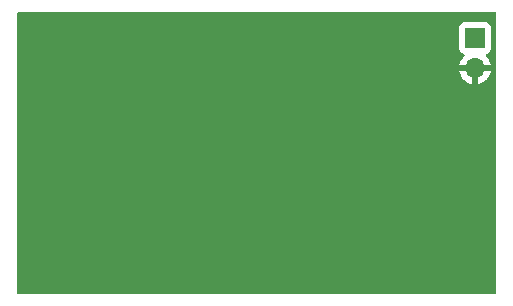
<source format=gbr>
%TF.GenerationSoftware,KiCad,Pcbnew,(6.0.2)*%
%TF.CreationDate,2022-03-09T19:45:25-08:00*%
%TF.ProjectId,IFLFU-test-back,49464c46-552d-4746-9573-742d6261636b,rev?*%
%TF.SameCoordinates,Original*%
%TF.FileFunction,Copper,L2,Bot*%
%TF.FilePolarity,Positive*%
%FSLAX46Y46*%
G04 Gerber Fmt 4.6, Leading zero omitted, Abs format (unit mm)*
G04 Created by KiCad (PCBNEW (6.0.2)) date 2022-03-09 19:45:25*
%MOMM*%
%LPD*%
G01*
G04 APERTURE LIST*
%TA.AperFunction,ComponentPad*%
%ADD10R,1.700000X1.700000*%
%TD*%
%TA.AperFunction,ComponentPad*%
%ADD11O,1.700000X1.700000*%
%TD*%
%TA.AperFunction,ViaPad*%
%ADD12C,0.800000*%
%TD*%
G04 APERTURE END LIST*
D10*
%TO.P,J1,1,Pin_1*%
%TO.N,VCC*%
X59200000Y-22725000D03*
D11*
%TO.P,J1,2,Pin_2*%
%TO.N,GND*%
X59200000Y-25265000D03*
%TD*%
D12*
%TO.N,GND*%
X48887500Y-40187500D03*
X48900000Y-33900000D03*
X44987500Y-40187500D03*
X45000000Y-33900000D03*
X41287500Y-40187500D03*
X41300000Y-33900000D03*
X37487500Y-40187500D03*
X37500000Y-33900000D03*
X33587500Y-40187500D03*
X33600000Y-33900000D03*
X29787500Y-40187500D03*
X29800000Y-33900000D03*
X25987500Y-40187500D03*
X26000000Y-33900000D03*
X29187500Y-30087500D03*
X29200000Y-23800000D03*
X33887500Y-30187500D03*
X33900000Y-23900000D03*
X37787500Y-30087500D03*
X37800000Y-23800000D03*
X41387500Y-30087500D03*
X41400000Y-23800000D03*
X45800000Y-30100000D03*
X45812500Y-23812500D03*
%TD*%
%TA.AperFunction,Conductor*%
%TO.N,GND*%
G36*
X60934121Y-20528002D02*
G01*
X60980614Y-20581658D01*
X60992000Y-20634000D01*
X60992000Y-44266000D01*
X60971998Y-44334121D01*
X60918342Y-44380614D01*
X60866000Y-44392000D01*
X20534000Y-44392000D01*
X20465879Y-44371998D01*
X20419386Y-44318342D01*
X20408000Y-44266000D01*
X20408000Y-25532966D01*
X57868257Y-25532966D01*
X57898565Y-25667446D01*
X57901645Y-25677275D01*
X57981770Y-25874603D01*
X57986413Y-25883794D01*
X58097694Y-26065388D01*
X58103777Y-26073699D01*
X58243213Y-26234667D01*
X58250580Y-26241883D01*
X58414434Y-26377916D01*
X58422881Y-26383831D01*
X58606756Y-26491279D01*
X58616042Y-26495729D01*
X58815001Y-26571703D01*
X58824899Y-26574579D01*
X58928250Y-26595606D01*
X58942299Y-26594410D01*
X58946000Y-26584065D01*
X58946000Y-26583517D01*
X59454000Y-26583517D01*
X59458064Y-26597359D01*
X59471478Y-26599393D01*
X59478184Y-26598534D01*
X59488262Y-26596392D01*
X59692255Y-26535191D01*
X59701842Y-26531433D01*
X59893095Y-26437739D01*
X59901945Y-26432464D01*
X60075328Y-26308792D01*
X60083200Y-26302139D01*
X60234052Y-26151812D01*
X60240730Y-26143965D01*
X60365003Y-25971020D01*
X60370313Y-25962183D01*
X60464670Y-25771267D01*
X60468469Y-25761672D01*
X60530377Y-25557910D01*
X60532555Y-25547837D01*
X60533986Y-25536962D01*
X60531775Y-25522778D01*
X60518617Y-25519000D01*
X59472115Y-25519000D01*
X59456876Y-25523475D01*
X59455671Y-25524865D01*
X59454000Y-25532548D01*
X59454000Y-26583517D01*
X58946000Y-26583517D01*
X58946000Y-25537115D01*
X58941525Y-25521876D01*
X58940135Y-25520671D01*
X58932452Y-25519000D01*
X57883225Y-25519000D01*
X57869694Y-25522973D01*
X57868257Y-25532966D01*
X20408000Y-25532966D01*
X20408000Y-23623134D01*
X57841500Y-23623134D01*
X57848255Y-23685316D01*
X57899385Y-23821705D01*
X57986739Y-23938261D01*
X58103295Y-24025615D01*
X58111704Y-24028767D01*
X58111705Y-24028768D01*
X58220960Y-24069726D01*
X58277725Y-24112367D01*
X58302425Y-24178929D01*
X58287218Y-24248278D01*
X58267825Y-24274759D01*
X58144590Y-24403717D01*
X58138104Y-24411727D01*
X58018098Y-24587649D01*
X58013000Y-24596623D01*
X57923338Y-24789783D01*
X57919775Y-24799470D01*
X57864389Y-24999183D01*
X57865912Y-25007607D01*
X57878292Y-25011000D01*
X60518344Y-25011000D01*
X60531875Y-25007027D01*
X60533180Y-24997947D01*
X60491214Y-24830875D01*
X60487894Y-24821124D01*
X60402972Y-24625814D01*
X60398105Y-24616739D01*
X60282426Y-24437926D01*
X60276136Y-24429757D01*
X60132293Y-24271677D01*
X60101241Y-24207831D01*
X60109635Y-24137333D01*
X60154812Y-24082564D01*
X60181256Y-24068895D01*
X60288297Y-24028767D01*
X60296705Y-24025615D01*
X60413261Y-23938261D01*
X60500615Y-23821705D01*
X60551745Y-23685316D01*
X60558500Y-23623134D01*
X60558500Y-21826866D01*
X60551745Y-21764684D01*
X60500615Y-21628295D01*
X60413261Y-21511739D01*
X60296705Y-21424385D01*
X60160316Y-21373255D01*
X60098134Y-21366500D01*
X58301866Y-21366500D01*
X58239684Y-21373255D01*
X58103295Y-21424385D01*
X57986739Y-21511739D01*
X57899385Y-21628295D01*
X57848255Y-21764684D01*
X57841500Y-21826866D01*
X57841500Y-23623134D01*
X20408000Y-23623134D01*
X20408000Y-20634000D01*
X20428002Y-20565879D01*
X20481658Y-20519386D01*
X20534000Y-20508000D01*
X60866000Y-20508000D01*
X60934121Y-20528002D01*
G37*
%TD.AperFunction*%
%TD*%
M02*

</source>
